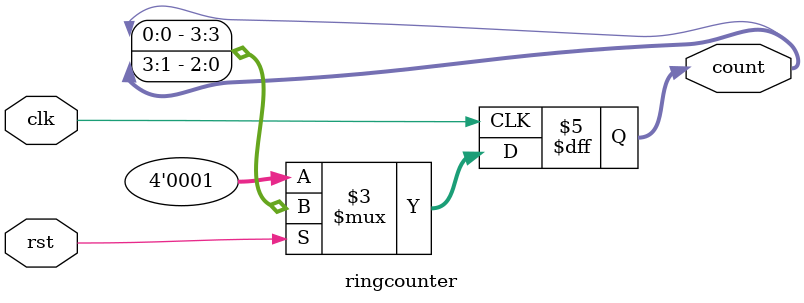
<source format=v>
module ringcounter(clk,rst,count);
parameter WIDTH=4;
input clk,rst;
output reg [WIDTH-1:0]count;

always@(posedge clk)
begin
if(rst)
count<={count[0],count[WIDTH-1:1]};
else
count<=4'b0001;
end
endmodule
</source>
